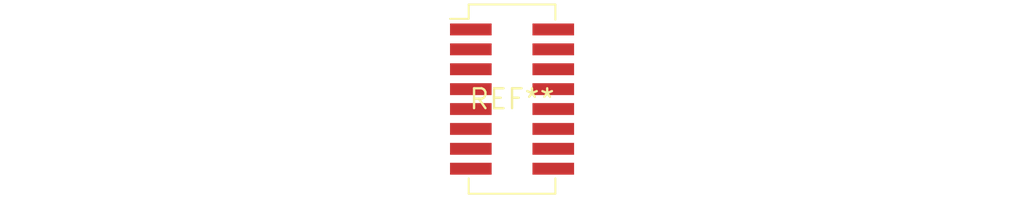
<source format=kicad_pcb>
(kicad_pcb (version 20240108) (generator pcbnew)
  (layers (0 "F.Cu" signal) (31 "B.Cu" signal) (34 "B.Paste" user) (35 "F.Paste" user) (36 "B.SilkS" user "B.Silkscreen") (37 "F.SilkS" user "F.Silkscreen") (38 "B.Mask" user) (39 "F.Mask" user) (44 "Edge.Cuts" user))
  (net 0 "")
  (footprint "SW_DIP_SPSTx08_Slide_KingTek_DSHP08TJ_W5.25mm_P1.27mm_JPin" (layer "F.Cu") (at 0 0)
    (property "Reference" "REF**")
    (property "Value" "SW_DIP_SPSTx08_Slide_KingTek_DSHP08TJ_W5.25mm_P1.27mm_JPin")
    (fp_line (start -3.951 -5.125) (end -2.761 -5.125) (layer "F.SilkS") (stroke (width 0.12)))
    (fp_line (start -2.761 -6.04) (end -2.761 -5.125) (layer "F.SilkS") (stroke (width 0.12)))
    (fp_line (start -2.761 -6.04) (end 2.76 -6.04) (layer "F.SilkS") (stroke (width 0.12)))
    (fp_line (start -2.761 5.065) (end -2.761 6.04) (layer "F.SilkS") (stroke (width 0.12)))
    (fp_line (start -2.761 6.04) (end 2.76 6.04) (layer "F.SilkS") (stroke (width 0.12)))
    (fp_line (start 2.76 -6.04) (end 2.76 -5.065) (layer "F.SilkS") (stroke (width 0.12)))
    (fp_line (start 2.76 5.065) (end 2.76 6.04) (layer "F.SilkS") (stroke (width 0.12)))
    (pad "1" smd rect (at -2.625 -4.445) (size 2.65 0.76) (layers "F.Cu" "F.Paste" "F.Mask"))
    (pad "2" smd rect (at -2.625 -3.175) (size 2.65 0.76) (layers "F.Cu" "F.Paste" "F.Mask"))
    (pad "3" smd rect (at -2.625 -1.905) (size 2.65 0.76) (layers "F.Cu" "F.Paste" "F.Mask"))
    (pad "4" smd rect (at -2.625 -0.635) (size 2.65 0.76) (layers "F.Cu" "F.Paste" "F.Mask"))
    (pad "5" smd rect (at -2.625 0.635) (size 2.65 0.76) (layers "F.Cu" "F.Paste" "F.Mask"))
    (pad "6" smd rect (at -2.625 1.905) (size 2.65 0.76) (layers "F.Cu" "F.Paste" "F.Mask"))
    (pad "7" smd rect (at -2.625 3.175) (size 2.65 0.76) (layers "F.Cu" "F.Paste" "F.Mask"))
    (pad "8" smd rect (at -2.625 4.445) (size 2.65 0.76) (layers "F.Cu" "F.Paste" "F.Mask"))
    (pad "9" smd rect (at 2.625 4.445) (size 2.65 0.76) (layers "F.Cu" "F.Paste" "F.Mask"))
    (pad "10" smd rect (at 2.625 3.175) (size 2.65 0.76) (layers "F.Cu" "F.Paste" "F.Mask"))
    (pad "11" smd rect (at 2.625 1.905) (size 2.65 0.76) (layers "F.Cu" "F.Paste" "F.Mask"))
    (pad "12" smd rect (at 2.625 0.635) (size 2.65 0.76) (layers "F.Cu" "F.Paste" "F.Mask"))
    (pad "13" smd rect (at 2.625 -0.635) (size 2.65 0.76) (layers "F.Cu" "F.Paste" "F.Mask"))
    (pad "14" smd rect (at 2.625 -1.905) (size 2.65 0.76) (layers "F.Cu" "F.Paste" "F.Mask"))
    (pad "15" smd rect (at 2.625 -3.175) (size 2.65 0.76) (layers "F.Cu" "F.Paste" "F.Mask"))
    (pad "16" smd rect (at 2.625 -4.445) (size 2.65 0.76) (layers "F.Cu" "F.Paste" "F.Mask"))
  )
)
</source>
